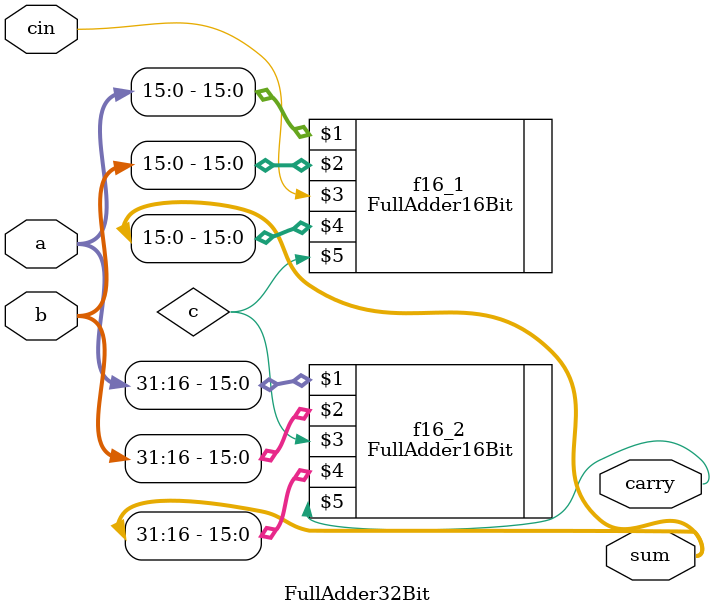
<source format=v>

module FullAdder32Bit( a, b, cin, sum, carry);
	input [31:0] a,b;
	input cin;
	output [31:0] sum;
	output carry;
	wire c;
	
	FullAdder16Bit f16_1(a[15:0], b[15:0], cin, sum[15:0], c);
	FullAdder16Bit f16_2(a[31:16], b[31:16], c, sum[31:16], carry);
	
endmodule



</source>
